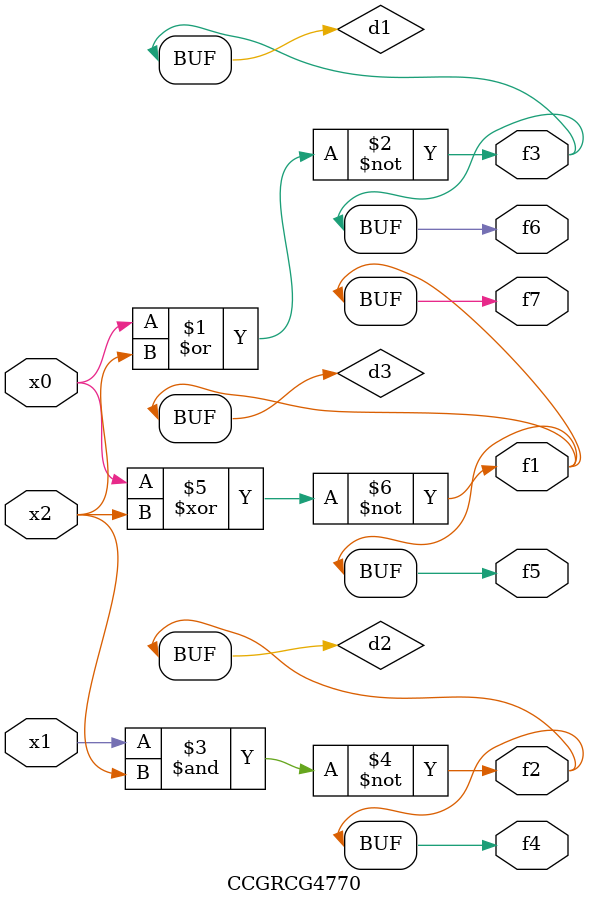
<source format=v>
module CCGRCG4770(
	input x0, x1, x2,
	output f1, f2, f3, f4, f5, f6, f7
);

	wire d1, d2, d3;

	nor (d1, x0, x2);
	nand (d2, x1, x2);
	xnor (d3, x0, x2);
	assign f1 = d3;
	assign f2 = d2;
	assign f3 = d1;
	assign f4 = d2;
	assign f5 = d3;
	assign f6 = d1;
	assign f7 = d3;
endmodule

</source>
